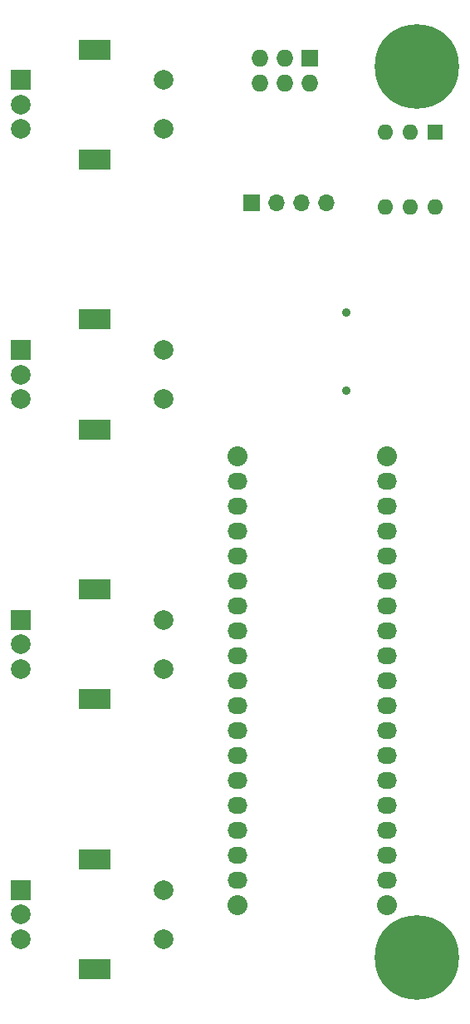
<source format=gbr>
%TF.GenerationSoftware,KiCad,Pcbnew,(5.1.6)-1*%
%TF.CreationDate,2020-07-27T07:25:15+08:00*%
%TF.ProjectId,rot-kb,726f742d-6b62-42e6-9b69-6361645f7063,rev?*%
%TF.SameCoordinates,Original*%
%TF.FileFunction,Soldermask,Bot*%
%TF.FilePolarity,Negative*%
%FSLAX46Y46*%
G04 Gerber Fmt 4.6, Leading zero omitted, Abs format (unit mm)*
G04 Created by KiCad (PCBNEW (5.1.6)-1) date 2020-07-27 07:25:15*
%MOMM*%
%LPD*%
G01*
G04 APERTURE LIST*
%ADD10O,1.600000X1.600000*%
%ADD11R,1.600000X1.600000*%
%ADD12R,2.000000X2.000000*%
%ADD13C,2.000000*%
%ADD14R,3.200000X2.000000*%
%ADD15C,0.900000*%
%ADD16C,8.600000*%
%ADD17O,1.700000X1.700000*%
%ADD18R,1.700000X1.700000*%
%ADD19O,1.727200X1.727200*%
%ADD20R,1.727200X1.727200*%
%ADD21O,2.032000X1.727200*%
%ADD22C,2.032000*%
G04 APERTURE END LIST*
D10*
%TO.C,SW5*%
X157200000Y-42920000D03*
X152120000Y-35300000D03*
X154660000Y-42920000D03*
X154660000Y-35300000D03*
X152120000Y-42920000D03*
D11*
X157200000Y-35300000D03*
%TD*%
D12*
%TO.C,SW4*%
X115000000Y-30000000D03*
D13*
X115000000Y-32500000D03*
X115000000Y-35000000D03*
D14*
X122500000Y-26900000D03*
X122500000Y-38100000D03*
D13*
X129500000Y-30000000D03*
X129500000Y-35000000D03*
%TD*%
D12*
%TO.C,SW3*%
X115000000Y-85000000D03*
D13*
X115000000Y-87500000D03*
X115000000Y-90000000D03*
D14*
X122500000Y-81900000D03*
X122500000Y-93100000D03*
D13*
X129500000Y-85000000D03*
X129500000Y-90000000D03*
%TD*%
D12*
%TO.C,SW2*%
X115000000Y-57500000D03*
D13*
X115000000Y-60000000D03*
X115000000Y-62500000D03*
D14*
X122500000Y-54400000D03*
X122500000Y-65600000D03*
D13*
X129500000Y-57500000D03*
X129500000Y-62500000D03*
%TD*%
D15*
%TO.C,H2*%
X157620419Y-117099581D03*
X155340000Y-116155000D03*
X153059581Y-117099581D03*
X152115000Y-119380000D03*
X153059581Y-121660419D03*
X155340000Y-122605000D03*
X157620419Y-121660419D03*
X158565000Y-119380000D03*
D16*
X155340000Y-119380000D03*
%TD*%
D15*
%TO.C,H1*%
X157620419Y-26339581D03*
X155340000Y-25395000D03*
X153059581Y-26339581D03*
X152115000Y-28620000D03*
X153059581Y-30900419D03*
X155340000Y-31845000D03*
X157620419Y-30900419D03*
X158565000Y-28620000D03*
D16*
X155340000Y-28620000D03*
%TD*%
D12*
%TO.C,SW1*%
X115000000Y-112500000D03*
D13*
X115000000Y-115000000D03*
X115000000Y-117500000D03*
D14*
X122500000Y-109400000D03*
X122500000Y-120600000D03*
D13*
X129500000Y-112500000D03*
X129500000Y-117500000D03*
%TD*%
D15*
%TO.C,P7*%
X148170000Y-53680000D03*
X148170000Y-61680000D03*
%TD*%
D17*
%TO.C,J2*%
X146120000Y-42500000D03*
X143580000Y-42500000D03*
X141040000Y-42500000D03*
D18*
X138500000Y-42500000D03*
%TD*%
D19*
%TO.C,J1*%
X139370000Y-30310000D03*
X139370000Y-27770000D03*
X141910000Y-30310000D03*
X141910000Y-27770000D03*
X144450000Y-30310000D03*
D20*
X144450000Y-27770000D03*
%TD*%
D21*
%TO.C,P1*%
X137033000Y-70866000D03*
X137033000Y-73406000D03*
X137033000Y-75946000D03*
X137033000Y-78486000D03*
X137033000Y-81026000D03*
X137033000Y-83566000D03*
X137033000Y-86106000D03*
X137033000Y-88646000D03*
X137033000Y-91186000D03*
X137033000Y-93726000D03*
X137033000Y-96266000D03*
X137033000Y-98806000D03*
X137033000Y-101346000D03*
X137033000Y-103886000D03*
X137033000Y-106426000D03*
X137033000Y-108966000D03*
X137033000Y-111506000D03*
%TD*%
%TO.C,P2*%
X152273000Y-70866000D03*
X152273000Y-73406000D03*
X152273000Y-75946000D03*
X152273000Y-78486000D03*
X152273000Y-81026000D03*
X152273000Y-83566000D03*
X152273000Y-86106000D03*
X152273000Y-88646000D03*
X152273000Y-91186000D03*
X152273000Y-93726000D03*
X152273000Y-96266000D03*
X152273000Y-98806000D03*
X152273000Y-101346000D03*
X152273000Y-103886000D03*
X152273000Y-106426000D03*
X152273000Y-108966000D03*
X152273000Y-111506000D03*
%TD*%
D22*
%TO.C,P3*%
X137033000Y-68326000D03*
%TD*%
%TO.C,P4*%
X137033000Y-114046000D03*
%TD*%
%TO.C,P5*%
X152273000Y-114046000D03*
%TD*%
%TO.C,P6*%
X152273000Y-68326000D03*
%TD*%
M02*

</source>
